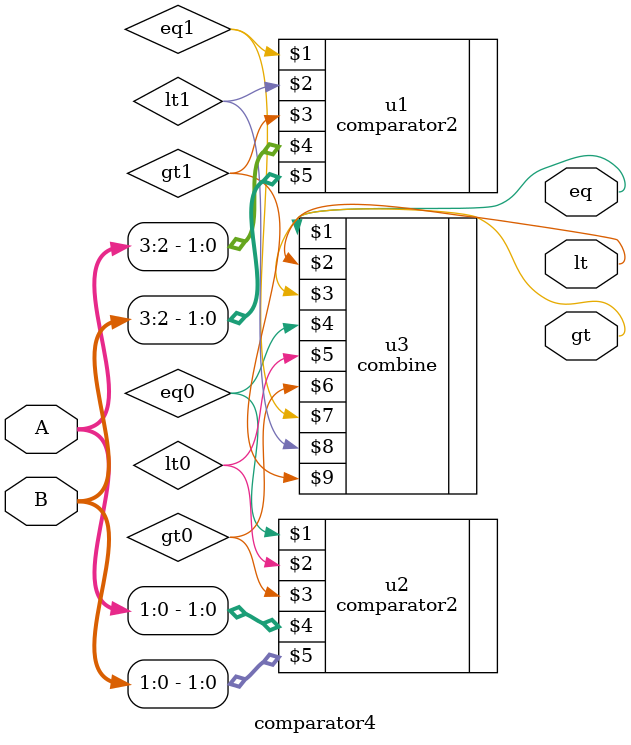
<source format=v>
module comparator4(eq, lt, gt, A, B);
  output gt, lt, eq;
  input [3:0]A, B;
  wire w1, w0, gt1, lt1, eq1, gt2, lt2, eq2;

  comparator2 u1(eq1, lt1, gt1, A[3:2], B[3:2]);
  comparator2 u2(eq0, lt0, gt0, A[1:0], B[1:0]);
  combine u3(eq, lt, gt, eq0, lt0, gt0, eq1, lt1, gt1);
endmodule

</source>
